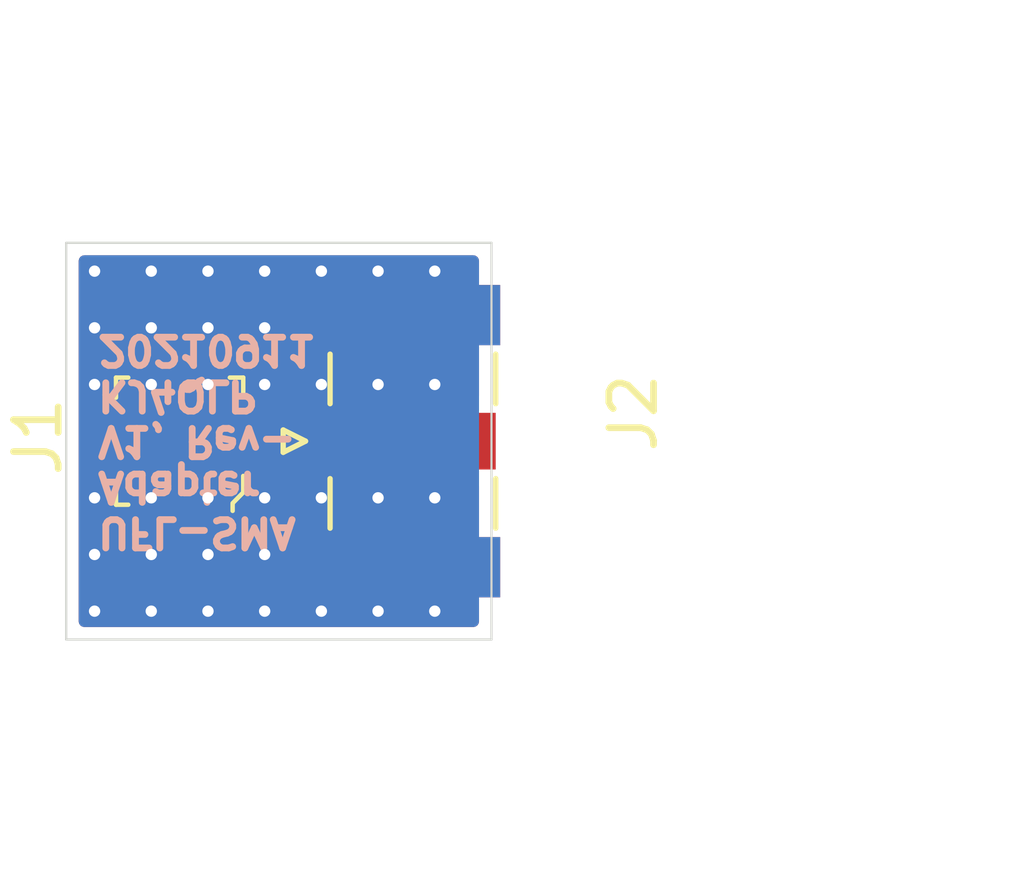
<source format=kicad_pcb>
(kicad_pcb (version 20171130) (host pcbnew 5.1.10-88a1d61d58~90~ubuntu20.04.1)

  (general
    (thickness 1.6)
    (drawings 5)
    (tracks 37)
    (zones 0)
    (modules 2)
    (nets 3)
  )

  (page USLetter)
  (title_block
    (title "UFL to SMA Adapter, V1, Rev-")
    (date 2021-09-11)
    (rev -)
    (company "Amateur Radio / Phased Arrays")
    (comment 2 creativecommons.org/licenses/by/4.0/)
    (comment 3 "License: CC BY 4.0")
    (comment 4 "Author: Zach Leffke, KJ4QLP")
  )

  (layers
    (0 F.Cu signal)
    (31 B.Cu signal)
    (32 B.Adhes user)
    (33 F.Adhes user)
    (34 B.Paste user)
    (35 F.Paste user)
    (36 B.SilkS user)
    (37 F.SilkS user)
    (38 B.Mask user)
    (39 F.Mask user)
    (40 Dwgs.User user)
    (41 Cmts.User user)
    (42 Eco1.User user)
    (43 Eco2.User user)
    (44 Edge.Cuts user)
    (45 Margin user)
    (46 B.CrtYd user)
    (47 F.CrtYd user)
    (48 B.Fab user)
    (49 F.Fab user)
  )

  (setup
    (last_trace_width 1.016)
    (user_trace_width 0.381)
    (user_trace_width 1.016)
    (trace_clearance 0.1524)
    (zone_clearance 0.254)
    (zone_45_only no)
    (trace_min 0.1524)
    (via_size 0.508)
    (via_drill 0.254)
    (via_min_size 0.508)
    (via_min_drill 0.254)
    (uvia_size 0.508)
    (uvia_drill 0.254)
    (uvias_allowed no)
    (uvia_min_size 0.508)
    (uvia_min_drill 0.254)
    (edge_width 0.05)
    (segment_width 0.2)
    (pcb_text_width 0.3)
    (pcb_text_size 1.5 1.5)
    (mod_edge_width 0.12)
    (mod_text_size 1 1)
    (mod_text_width 0.15)
    (pad_size 1.524 1.524)
    (pad_drill 0.762)
    (pad_to_mask_clearance 0)
    (aux_axis_origin 0 0)
    (visible_elements FFFDFF7F)
    (pcbplotparams
      (layerselection 0x010fc_ffffffff)
      (usegerberextensions false)
      (usegerberattributes true)
      (usegerberadvancedattributes true)
      (creategerberjobfile true)
      (excludeedgelayer true)
      (linewidth 0.100000)
      (plotframeref false)
      (viasonmask false)
      (mode 1)
      (useauxorigin false)
      (hpglpennumber 1)
      (hpglpenspeed 20)
      (hpglpendiameter 15.000000)
      (psnegative false)
      (psa4output false)
      (plotreference true)
      (plotvalue true)
      (plotinvisibletext false)
      (padsonsilk false)
      (subtractmaskfromsilk false)
      (outputformat 1)
      (mirror false)
      (drillshape 1)
      (scaleselection 1)
      (outputdirectory ""))
  )

  (net 0 "")
  (net 1 GND)
  (net 2 "Net-(J1-Pad2)")

  (net_class Default "This is the default net class."
    (clearance 0.1524)
    (trace_width 0.254)
    (via_dia 0.508)
    (via_drill 0.254)
    (uvia_dia 0.508)
    (uvia_drill 0.254)
    (diff_pair_width 0.254)
    (diff_pair_gap 0.254)
    (add_net GND)
    (add_net "Net-(J1-Pad2)")
  )

  (module Connector_Coaxial:SMA_Samtec_SMA-J-P-X-ST-EM1_EdgeMount (layer F.Cu) (tedit 5DAA3454) (tstamp 613C4B94)
    (at 140.97 89.535 90)
    (descr "Connector SMA, 0Hz to 20GHz, 50Ohm, Edge Mount (http://suddendocs.samtec.com/prints/sma-j-p-x-st-em1-mkt.pdf)")
    (tags "SMA Straight Samtec Edge Mount")
    (path /613C5D1B)
    (attr smd)
    (fp_text reference J2 (at 0.635 5.08 90) (layer F.SilkS)
      (effects (font (size 1 1) (thickness 0.15)))
    )
    (fp_text value Conn_Coaxial (at 0 13 90) (layer F.Fab)
      (effects (font (size 1 1) (thickness 0.15)))
    )
    (fp_text user "Board Thickness: 1.57mm" (at 0 6.35 90) (layer Cmts.User)
      (effects (font (size 1 1) (thickness 0.15)))
    )
    (fp_text user "PCB Edge" (at 0 2.6 270) (layer Dwgs.User)
      (effects (font (size 0.5 0.5) (thickness 0.1)))
    )
    (fp_text user %R (at 0 4.79 270) (layer F.Fab)
      (effects (font (size 1 1) (thickness 0.15)))
    )
    (fp_line (start -0.25 -2.76) (end 0 -2.26) (layer F.SilkS) (width 0.12))
    (fp_line (start 0.25 -2.76) (end -0.25 -2.76) (layer F.SilkS) (width 0.12))
    (fp_line (start 0 -2.26) (end 0.25 -2.76) (layer F.SilkS) (width 0.12))
    (fp_line (start 0 3.1) (end -0.64 2.1) (layer F.Fab) (width 0.1))
    (fp_line (start 0.64 2.1) (end 0 3.1) (layer F.Fab) (width 0.1))
    (fp_line (start 4 2.6) (end 4 -2.6) (layer F.CrtYd) (width 0.05))
    (fp_line (start 3.68 12.12) (end -3.68 12.12) (layer F.CrtYd) (width 0.05))
    (fp_line (start -4 2.6) (end -4 -2.6) (layer F.CrtYd) (width 0.05))
    (fp_line (start -4 -2.6) (end 4 -2.6) (layer F.CrtYd) (width 0.05))
    (fp_line (start 4 2.6) (end 4 -2.6) (layer B.CrtYd) (width 0.05))
    (fp_line (start 3.68 12.12) (end -3.68 12.12) (layer B.CrtYd) (width 0.05))
    (fp_line (start -4 2.6) (end -4 -2.6) (layer B.CrtYd) (width 0.05))
    (fp_line (start -4 -2.6) (end 4 -2.6) (layer B.CrtYd) (width 0.05))
    (fp_line (start 3.165 11.62) (end -3.165 11.62) (layer F.Fab) (width 0.1))
    (fp_line (start 3.175 -1.71) (end 3.175 11.62) (layer F.Fab) (width 0.1))
    (fp_line (start 3.175 -1.71) (end 2.365 -1.71) (layer F.Fab) (width 0.1))
    (fp_line (start 2.365 -1.71) (end 2.365 2.1) (layer F.Fab) (width 0.1))
    (fp_line (start 2.365 2.1) (end -2.365 2.1) (layer F.Fab) (width 0.1))
    (fp_line (start -2.365 2.1) (end -2.365 -1.71) (layer F.Fab) (width 0.1))
    (fp_line (start -2.365 -1.71) (end -3.175 -1.71) (layer F.Fab) (width 0.1))
    (fp_line (start -3.175 -1.71) (end -3.175 11.62) (layer F.Fab) (width 0.1))
    (fp_line (start 4.1 2.1) (end -4.1 2.1) (layer Dwgs.User) (width 0.1))
    (fp_line (start -3.68 2.6) (end -4 2.6) (layer F.CrtYd) (width 0.05))
    (fp_line (start -3.68 12.12) (end -3.68 2.6) (layer F.CrtYd) (width 0.05))
    (fp_line (start 3.68 2.6) (end 4 2.6) (layer F.CrtYd) (width 0.05))
    (fp_line (start 3.68 2.6) (end 3.68 12.12) (layer F.CrtYd) (width 0.05))
    (fp_line (start -3.68 2.6) (end -4 2.6) (layer B.CrtYd) (width 0.05))
    (fp_line (start -3.68 12.12) (end -3.68 2.6) (layer B.CrtYd) (width 0.05))
    (fp_line (start 4 2.6) (end 3.68 2.6) (layer B.CrtYd) (width 0.05))
    (fp_line (start 3.68 2.6) (end 3.68 12.12) (layer B.CrtYd) (width 0.05))
    (fp_line (start -1.95 2) (end -0.84 2) (layer F.SilkS) (width 0.12))
    (fp_line (start 0.84 2) (end 1.95 2) (layer F.SilkS) (width 0.12))
    (fp_line (start -1.95 -1.71) (end -0.84 -1.71) (layer F.SilkS) (width 0.12))
    (fp_line (start 0.84 -1.71) (end 1.95 -1.71) (layer F.SilkS) (width 0.12))
    (pad 1 smd rect (at 0 0.2 90) (size 1.27 3.6) (layers F.Cu F.Paste F.Mask)
      (net 2 "Net-(J1-Pad2)"))
    (pad 2 smd rect (at 2.825 0 90) (size 1.35 4.2) (layers F.Cu F.Paste F.Mask)
      (net 1 GND))
    (pad 2 smd rect (at -2.825 0 90) (size 1.35 4.2) (layers F.Cu F.Paste F.Mask)
      (net 1 GND))
    (pad 2 smd rect (at 2.825 0 90) (size 1.35 4.2) (layers B.Cu B.Paste B.Mask)
      (net 1 GND))
    (pad 2 smd rect (at -2.825 0 90) (size 1.35 4.2) (layers B.Cu B.Paste B.Mask)
      (net 1 GND))
    (model ${KISYS3DMOD}/Connector_Coaxial.3dshapes/SMA_Samtec_SMA-J-P-X-ST-EM1_EdgeMount.wrl
      (at (xyz 0 0 0))
      (scale (xyz 1 1 1))
      (rotate (xyz 0 0 0))
    )
  )

  (module digikey-footprints:Molex_734120114_UMC_RF_CONN_Vertical (layer F.Cu) (tedit 5D2892B1) (tstamp 613C4B66)
    (at 135.89 89.535 90)
    (path /613C50B2)
    (attr smd)
    (fp_text reference J1 (at 0.1 -3.175 90) (layer F.SilkS)
      (effects (font (size 1 1) (thickness 0.15)))
    )
    (fp_text value 0734120114 (at 0.2 3.175 90) (layer F.Fab)
      (effects (font (size 1 1) (thickness 0.15)))
    )
    (fp_text user %R (at -0.05 -0.125 90) (layer F.Fab)
      (effects (font (size 0.5 0.5) (thickness 0.025)))
    )
    (fp_line (start -1.5621 1.18762) (end -1.39446 1.18762) (layer F.SilkS) (width 0.1))
    (fp_line (start -1.38524 1.1927) (end -1.16524 1.4097) (layer F.SilkS) (width 0.1))
    (fp_line (start -1.14554 1.425) (end -0.77978 1.425) (layer F.SilkS) (width 0.1))
    (fp_line (start -1.29794 1.09982) (end -1.09728 1.30048) (layer F.Fab) (width 0.1))
    (fp_line (start -2.25 2.25) (end -2.25 -2.25) (layer F.CrtYd) (width 0.05))
    (fp_line (start 2.25 2.25) (end -2.25 2.25) (layer F.CrtYd) (width 0.05))
    (fp_line (start 2.25 -2.25) (end 2.25 2.25) (layer F.CrtYd) (width 0.05))
    (fp_line (start -2.25 -2.25) (end 2.25 -2.25) (layer F.CrtYd) (width 0.05))
    (fp_line (start 1.425 1.125) (end 1.425 1.425) (layer F.SilkS) (width 0.1))
    (fp_line (start 1.425 1.425) (end 1.025 1.425) (layer F.SilkS) (width 0.1))
    (fp_line (start -1 -1.425) (end -1.425 -1.425) (layer F.SilkS) (width 0.1))
    (fp_line (start -1.425 -1.425) (end -1.425 -1.15) (layer F.SilkS) (width 0.1))
    (fp_line (start 0.975 -1.425) (end 1.425 -1.425) (layer F.SilkS) (width 0.1))
    (fp_line (start 1.425 -1.425) (end 1.425 -1.15) (layer F.SilkS) (width 0.1))
    (fp_line (start -1.3 -1.3) (end -1.3 1.09982) (layer F.Fab) (width 0.1))
    (fp_line (start 1.3 1.3) (end -1.09728 1.3) (layer F.Fab) (width 0.1))
    (fp_line (start 1.3 -1.3) (end 1.3 1.3) (layer F.Fab) (width 0.1))
    (fp_line (start -1.3 -1.3) (end 1.3 -1.3) (layer F.Fab) (width 0.1))
    (pad 1 smd rect (at -1.5 0 90) (size 1 2.2) (layers F.Cu F.Paste F.Mask)
      (net 1 GND))
    (pad 1 smd rect (at 1.5 0 90) (size 1 2.2) (layers F.Cu F.Paste F.Mask)
      (net 1 GND))
    (pad 2 smd rect (at 0 1.5 90) (size 1 1) (layers F.Cu F.Paste F.Mask)
      (net 2 "Net-(J1-Pad2)"))
    (pad 1 smd rect (at 0 -1.5 90) (size 1 1) (layers F.Cu F.Paste F.Mask)
      (net 1 GND))
  )

  (gr_text "UFL-SMA\nAdapter\nV1, Rev-\nKJ4QLP\n20210911" (at 133.985 89.535 180) (layer B.SilkS)
    (effects (font (size 0.635 0.635) (thickness 0.1524)) (justify left mirror))
  )
  (gr_line (start 142.875 85.09) (end 142.875 93.98) (layer Edge.Cuts) (width 0.05) (tstamp 613C4DCD))
  (gr_line (start 133.35 85.09) (end 142.875 85.09) (layer Edge.Cuts) (width 0.05))
  (gr_line (start 133.35 93.98) (end 133.35 85.09) (layer Edge.Cuts) (width 0.05))
  (gr_line (start 142.875 93.98) (end 133.35 93.98) (layer Edge.Cuts) (width 0.05))

  (via (at 133.985 85.725) (size 0.508) (drill 0.254) (layers F.Cu B.Cu) (net 1))
  (via (at 135.255 85.725) (size 0.508) (drill 0.254) (layers F.Cu B.Cu) (net 1))
  (via (at 136.525 85.725) (size 0.508) (drill 0.254) (layers F.Cu B.Cu) (net 1))
  (via (at 137.795 85.725) (size 0.508) (drill 0.254) (layers F.Cu B.Cu) (net 1))
  (via (at 133.985 93.345) (size 0.508) (drill 0.254) (layers F.Cu B.Cu) (net 1))
  (via (at 135.255 93.345) (size 0.508) (drill 0.254) (layers F.Cu B.Cu) (net 1))
  (via (at 136.525 93.345) (size 0.508) (drill 0.254) (layers F.Cu B.Cu) (net 1))
  (via (at 137.795 93.345) (size 0.508) (drill 0.254) (layers F.Cu B.Cu) (net 1))
  (via (at 139.065 85.725) (size 0.508) (drill 0.254) (layers F.Cu B.Cu) (net 1) (tstamp 613C5035))
  (via (at 140.335 85.725) (size 0.508) (drill 0.254) (layers F.Cu B.Cu) (net 1) (tstamp 613C5037))
  (via (at 141.605 85.725) (size 0.508) (drill 0.254) (layers F.Cu B.Cu) (net 1) (tstamp 613C5039))
  (via (at 139.065 93.345) (size 0.508) (drill 0.254) (layers F.Cu B.Cu) (net 1) (tstamp 613C503C))
  (via (at 140.335 93.345) (size 0.508) (drill 0.254) (layers F.Cu B.Cu) (net 1) (tstamp 613C503E))
  (via (at 141.605 93.345) (size 0.508) (drill 0.254) (layers F.Cu B.Cu) (net 1) (tstamp 613C5040))
  (via (at 133.985 86.995) (size 0.508) (drill 0.254) (layers F.Cu B.Cu) (net 1) (tstamp 613C5042))
  (via (at 135.255 86.995) (size 0.508) (drill 0.254) (layers F.Cu B.Cu) (net 1) (tstamp 613C5044))
  (via (at 136.525 86.995) (size 0.508) (drill 0.254) (layers F.Cu B.Cu) (net 1) (tstamp 613C5046))
  (via (at 137.795 86.995) (size 0.508) (drill 0.254) (layers F.Cu B.Cu) (net 1) (tstamp 613C5048))
  (via (at 137.795 88.265) (size 0.508) (drill 0.254) (layers F.Cu B.Cu) (net 1) (tstamp 613C504A))
  (via (at 139.065 88.265) (size 0.508) (drill 0.254) (layers F.Cu B.Cu) (net 1) (tstamp 613C504C))
  (via (at 140.335 88.265) (size 0.508) (drill 0.254) (layers F.Cu B.Cu) (net 1) (tstamp 613C504E))
  (via (at 141.605 88.265) (size 0.508) (drill 0.254) (layers F.Cu B.Cu) (net 1) (tstamp 613C5050))
  (via (at 141.605 90.805) (size 0.508) (drill 0.254) (layers F.Cu B.Cu) (net 1) (tstamp 613C5052))
  (via (at 140.335 90.805) (size 0.508) (drill 0.254) (layers F.Cu B.Cu) (net 1) (tstamp 613C5054))
  (via (at 139.065 90.805) (size 0.508) (drill 0.254) (layers F.Cu B.Cu) (net 1) (tstamp 613C5056))
  (via (at 137.795 90.805) (size 0.508) (drill 0.254) (layers F.Cu B.Cu) (net 1) (tstamp 613C5058))
  (via (at 137.795 92.075) (size 0.508) (drill 0.254) (layers F.Cu B.Cu) (net 1) (tstamp 613C505A))
  (via (at 136.525 92.075) (size 0.508) (drill 0.254) (layers F.Cu B.Cu) (net 1) (tstamp 613C505C))
  (via (at 135.255 92.075) (size 0.508) (drill 0.254) (layers F.Cu B.Cu) (net 1) (tstamp 613C505E))
  (via (at 133.985 92.075) (size 0.508) (drill 0.254) (layers F.Cu B.Cu) (net 1) (tstamp 613C5060))
  (via (at 133.985 88.265) (size 0.508) (drill 0.254) (layers F.Cu B.Cu) (net 1) (tstamp 613C50AA))
  (via (at 133.985 90.805) (size 0.508) (drill 0.254) (layers F.Cu B.Cu) (net 1) (tstamp 613C50AC))
  (via (at 135.255 88.265) (size 0.508) (drill 0.254) (layers F.Cu B.Cu) (net 1) (tstamp 613C50C9))
  (via (at 136.525 88.265) (size 0.508) (drill 0.254) (layers F.Cu B.Cu) (net 1) (tstamp 613C50CB))
  (via (at 135.255 90.805) (size 0.508) (drill 0.254) (layers F.Cu B.Cu) (net 1) (tstamp 613C50CD))
  (via (at 136.525 90.805) (size 0.508) (drill 0.254) (layers F.Cu B.Cu) (net 1) (tstamp 613C50CF))
  (segment (start 137.39 89.535) (end 141.17 89.535) (width 1.016) (layer F.Cu) (net 2))

  (zone (net 1) (net_name GND) (layer F.Cu) (tstamp 0) (hatch edge 0.508)
    (connect_pads yes (clearance 0.254))
    (min_thickness 0.254)
    (fill yes (arc_segments 32) (thermal_gap 0.508) (thermal_bridge_width 0.508))
    (polygon
      (pts
        (xy 142.875 93.98) (xy 133.35 93.98) (xy 133.35 85.09) (xy 142.875 85.09)
      )
    )
    (filled_polygon
      (pts
        (xy 142.469 88.517157) (xy 139.37 88.517157) (xy 139.295311 88.524513) (xy 139.223492 88.546299) (xy 139.157304 88.581678)
        (xy 139.099289 88.629289) (xy 139.085575 88.646) (xy 137.346333 88.646) (xy 137.283822 88.652157) (xy 136.906 88.652157)
        (xy 136.906 88.519) (xy 136.90356 88.494224) (xy 136.896333 88.470399) (xy 136.884597 88.448443) (xy 136.868803 88.429197)
        (xy 136.849557 88.413403) (xy 136.827601 88.401667) (xy 136.803776 88.39444) (xy 136.779 88.392) (xy 134.874 88.392)
        (xy 134.849224 88.39444) (xy 134.825399 88.401667) (xy 134.803443 88.413403) (xy 134.784197 88.429197) (xy 134.768403 88.448443)
        (xy 134.756667 88.470399) (xy 134.74944 88.494224) (xy 134.747 88.519) (xy 134.747 90.551) (xy 134.74944 90.575776)
        (xy 134.756667 90.599601) (xy 134.768403 90.621557) (xy 134.784197 90.640803) (xy 134.803443 90.656597) (xy 134.825399 90.668333)
        (xy 134.849224 90.67556) (xy 134.874 90.678) (xy 136.779 90.678) (xy 136.803776 90.67556) (xy 136.827601 90.668333)
        (xy 136.849557 90.656597) (xy 136.868803 90.640803) (xy 136.884597 90.621557) (xy 136.896333 90.599601) (xy 136.90356 90.575776)
        (xy 136.906 90.551) (xy 136.906 90.417843) (xy 137.283822 90.417843) (xy 137.346333 90.424) (xy 139.085575 90.424)
        (xy 139.099289 90.440711) (xy 139.157304 90.488322) (xy 139.223492 90.523701) (xy 139.295311 90.545487) (xy 139.37 90.552843)
        (xy 142.469001 90.552843) (xy 142.469001 93.574) (xy 133.756 93.574) (xy 133.756 85.496) (xy 142.469 85.496)
      )
    )
  )
  (zone (net 1) (net_name GND) (layer B.Cu) (tstamp 0) (hatch edge 0.508)
    (connect_pads yes (clearance 0.254))
    (min_thickness 0.254)
    (fill yes (arc_segments 32) (thermal_gap 0.508) (thermal_bridge_width 0.508))
    (polygon
      (pts
        (xy 142.875 93.98) (xy 133.35 93.98) (xy 133.35 85.09) (xy 142.875 85.09)
      )
    )
    (filled_polygon
      (pts
        (xy 142.469001 93.574) (xy 133.756 93.574) (xy 133.756 85.496) (xy 142.469 85.496)
      )
    )
  )
  (zone (net 0) (net_name "") (layer F.Cu) (tstamp 0) (hatch edge 0.508)
    (connect_pads yes (clearance 0.508))
    (min_thickness 0.254)
    (keepout (tracks not_allowed) (vias not_allowed) (copperpour not_allowed))
    (fill (arc_segments 32) (thermal_gap 0.508) (thermal_bridge_width 0.508))
    (polygon
      (pts
        (xy 136.779 90.551) (xy 134.874 90.551) (xy 134.874 88.519) (xy 136.779 88.519)
      )
    )
  )
)

</source>
